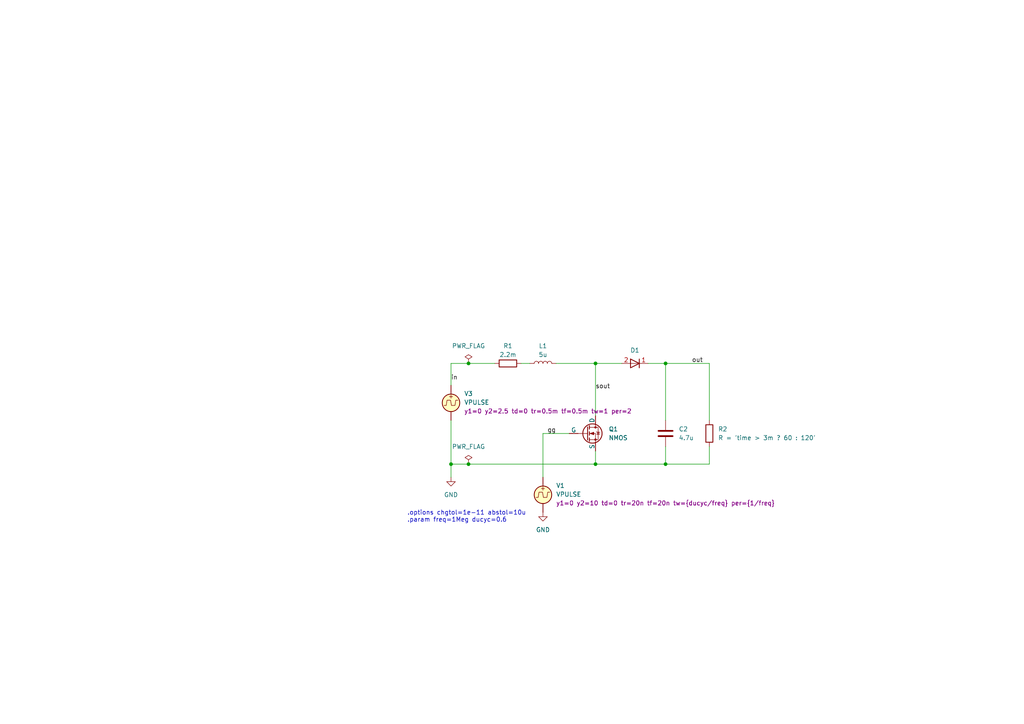
<source format=kicad_sch>
(kicad_sch (version 20230819) (generator eeschema)
  (paper "A4")
  (lib_symbols
    (symbol "D_1" (pin_names (offset 1.016) hide)
      (property "Reference" "D" (at 0 2.54 0))
      (property "Value" "D" (at 0 -2.54 0))
      (property "Sim.Device" "D" (at 0 0 0))
      (property "Sim.Pins" "1=K 2=A" (at 0 0 0))
      (symbol "D_1_0_1"
        (polyline (pts (xy -1.27 1.27) (xy -1.27 -1.27)) (stroke (width 0.254)))
        (polyline (pts (xy 1.27 0) (xy -1.27 0)))
        (polyline (pts (xy 1.27 1.27) (xy 1.27 -1.27) (xy -1.27 0) (xy 1.27 1.27)) (stroke (width 0.254)))
      )
      (symbol "D_1_1_1"
        (pin passive line (at -3.81 0 0) (length 2.54) (name "K") (number "1"))
        (pin passive line (at 3.81 0 180) (length 2.54) (name "A") (number "2"))
      )
    )
    (symbol "Device:C" (pin_numbers hide) (pin_names (offset 0.254))
      (property "Reference" "C" (at 0.635 2.54 0))
      (property "Value" "C" (at 0.635 -2.54 0))
      (symbol "C_0_1"
        (polyline (pts (xy -2.032 -0.762) (xy 2.032 -0.762)) (stroke (width 0.508)))
        (polyline (pts (xy -2.032 0.762) (xy 2.032 0.762)) (stroke (width 0.508)))
      )
      (symbol "C_1_1"
        (pin passive line (at 0 3.81 270) (length 2.794) (name "~") (number "1"))
        (pin passive line (at 0 -3.81 90) (length 2.794) (name "~") (number "2"))
      )
    )
    (symbol "Device:L" (pin_numbers hide) (pin_names (offset 1.016) hide)
      (property "Reference" "L" (at -1.27 0 90))
      (property "Value" "L" (at 1.905 0 90))
      (symbol "L_0_1"
        (arc (start 0 -2.54) (mid 0.6323 -1.905) (end 0 -1.27))
        (arc (start 0 -1.27) (mid 0.6323 -0.635) (end 0 0))
        (arc (start 0 0) (mid 0.6323 0.635) (end 0 1.27))
        (arc (start 0 1.27) (mid 0.6323 1.905) (end 0 2.54))
      )
      (symbol "L_1_1"
        (pin passive line (at 0 3.81 270) (length 1.27) (name "1") (number "1"))
        (pin passive line (at 0 -3.81 90) (length 1.27) (name "2") (number "2"))
      )
    )
    (symbol "Device:R" (pin_numbers hide) (pin_names (offset 0))
      (property "Reference" "R" (at 2.032 0 90))
      (property "Value" "R" (at 0 0 90))
      (symbol "R_0_1"
        (rectangle (start -1.016 -2.54) (end 1.016 2.54) (stroke (width 0.254)))
      )
      (symbol "R_1_1"
        (pin passive line (at 0 3.81 270) (length 1.27) (name "~") (number "1"))
        (pin passive line (at 0 -3.81 90) (length 1.27) (name "~") (number "2"))
      )
    )
    (symbol "Simulation_SPICE:NMOS" (pin_numbers hide) (pin_names (offset 0))
      (property "Reference" "Q" (at 5.08 1.27 0))
      (property "Value" "NMOS" (at 5.08 -1.27 0))
      (symbol "NMOS_0_1"
        (polyline (pts (xy 0.254 0) (xy -2.54 0)))
        (polyline (pts (xy 0.254 1.905) (xy 0.254 -1.905)) (stroke (width 0.254)))
        (polyline (pts (xy 0.762 -1.27) (xy 0.762 -2.286)) (stroke (width 0.254)))
        (polyline (pts (xy 0.762 0.508) (xy 0.762 -0.508)) (stroke (width 0.254)))
        (polyline (pts (xy 0.762 2.286) (xy 0.762 1.27)) (stroke (width 0.254)))
        (polyline (pts (xy 2.54 2.54) (xy 2.54 1.778)))
        (polyline (pts (xy 2.54 -2.54) (xy 2.54 0) (xy 0.762 0)))
        (polyline (pts (xy 0.762 -1.778) (xy 3.302 -1.778) (xy 3.302 1.778) (xy 0.762 1.778)))
        (polyline (pts (xy 1.016 0) (xy 2.032 0.381) (xy 2.032 -0.381) (xy 1.016 0)) (fill (type outline)))
        (polyline (pts (xy 2.794 0.508) (xy 2.921 0.381) (xy 3.683 0.381) (xy 3.81 0.254)))
        (polyline (pts (xy 3.302 0.381) (xy 2.921 -0.254) (xy 3.683 -0.254) (xy 3.302 0.381)))
        (circle (center 1.651 0) (radius 2.794) (stroke (width 0.254)))
        (circle (center 2.54 -1.778) (radius 0.254) (fill (type outline)))
        (circle (center 2.54 1.778) (radius 0.254) (fill (type outline)))
      )
      (symbol "NMOS_1_1"
        (pin passive line (at 2.54 5.08 270) (length 2.54) (name "D") (number "1"))
        (pin input line (at -5.08 0 0) (length 2.54) (name "G") (number "2"))
        (pin passive line (at 2.54 -5.08 90) (length 2.54) (name "S") (number "3"))
      )
    )
    (symbol "Simulation_SPICE:VPULSE" (pin_numbers hide) (pin_names (offset 0.0254))
      (property "Reference" "V" (at 2.54 2.54 0))
      (property "Value" "VPULSE" (at 2.54 0 0))
      (property "Sim.Params" "y1=0 y2=1 td=2n tr=2n tf=2n tw=50n per=100n" (at 2.54 -2.54 0))
      (symbol "VPULSE_0_0"
        (polyline (pts (xy -2.032 -0.762) (xy -1.397 -0.762) (xy -1.143 0.762) (xy -0.127 0.762) (xy 0.127 -0.762) (xy 1.143 -0.762) (xy 1.397 0.762) (xy 2.032 0.762)))
        (text "+" (at 0 1.905 0) (effects (font (size 1.27 1.27))))
      )
      (symbol "VPULSE_0_1"
        (circle (center 0 0) (radius 2.54) (stroke (width 0.254)) (fill (type background)))
      )
      (symbol "VPULSE_1_1"
        (pin passive line (at 0 5.08 270) (length 2.54) (name "~") (number "1"))
        (pin passive line (at 0 -5.08 90) (length 2.54) (name "~") (number "2"))
      )
    )
    (symbol "power:GND" (power) (pin_names (offset 0))
      (property "Value" "GND" (at 0 -3.81 0))
      (symbol "GND_0_1"
        (polyline (pts (xy 0 0) (xy 0 -1.27) (xy 1.27 -1.27) (xy 0 -2.54) (xy -1.27 -1.27) (xy 0 -1.27)))
      )
      (symbol "GND_1_1"
        (pin power_in line (at 0 0 270) (length 0) hide (name "GND") (number "1"))
      )
    )
    (symbol "power:PWR_FLAG" (power) (pin_numbers hide) (pin_names (offset 0) hide)
      (property "Value" "PWR_FLAG" (at 0 3.81 0))
      (symbol "PWR_FLAG_0_0"
        (pin power_out line (at 0 0 90) (length 0) (name "pwr") (number "1"))
      )
      (symbol "PWR_FLAG_0_1"
        (polyline (pts (xy 0 0) (xy 0 1.27) (xy -1.016 1.905) (xy 0 2.54) (xy 1.016 1.905) (xy 0 1.27)))
      )
    )
  )
  (junction (at 172.72 134.62))
  (junction (at 135.89 105.41))
  (junction (at 193.04 134.62))
  (junction (at 193.04 105.41))
  (junction (at 135.89 134.62))
  (junction (at 172.72 105.41))
  (junction (at 130.81 134.62))
  (wire (pts (xy 157.48 125.73) (xy 157.48 138.43)))
  (wire (pts (xy 193.04 129.54) (xy 193.04 134.62)))
  (wire (pts (xy 130.81 105.41) (xy 130.81 111.76)))
  (wire (pts (xy 193.04 105.41) (xy 205.74 105.41)))
  (wire (pts (xy 172.72 105.41) (xy 172.72 120.65)))
  (wire (pts (xy 172.72 130.81) (xy 172.72 134.62)))
  (wire (pts (xy 130.81 134.62) (xy 130.81 138.43)))
  (wire (pts (xy 205.74 105.41) (xy 205.74 121.92)))
  (wire (pts (xy 135.89 105.41) (xy 143.51 105.41)))
  (wire (pts (xy 161.29 105.41) (xy 172.72 105.41)))
  (wire (pts (xy 172.72 105.41) (xy 180.34 105.41)))
  (wire (pts (xy 187.96 105.41) (xy 193.04 105.41)))
  (wire (pts (xy 193.04 105.41) (xy 193.04 121.92)))
  (wire (pts (xy 193.04 134.62) (xy 205.74 134.62)))
  (wire (pts (xy 130.81 134.62) (xy 135.89 134.62)))
  (wire (pts (xy 205.74 134.62) (xy 205.74 129.54)))
  (wire (pts (xy 130.81 105.41) (xy 135.89 105.41)))
  (wire (pts (xy 151.13 105.41) (xy 153.67 105.41)))
  (wire (pts (xy 130.81 134.62) (xy 130.81 121.92)))
  (wire (pts (xy 157.48 125.73) (xy 165.1 125.73)))
  (wire (pts (xy 135.89 134.62) (xy 172.72 134.62)))
  (wire (pts (xy 172.72 134.62) (xy 193.04 134.62)))
  (text ".options chgtol=1e-11 abstol=10u\n.param freq=1Meg ducyc=0.6" (at 118.11 149.86 0) (effects (font (size 1.27 1.27)) (justify left)))
  (label "sout" (at 172.72 113.03 0))
  (label "in" (at 130.81 110.49 0))
  (label "out" (at 200.66 105.41 0))
  (label "gg" (at 158.75 125.73 0))
  (symbol (lib_id "power:GND") (at 130.81 138.43 0) (unit 1)
    (property "Reference" "#PWR01" (effects hide))
    (property "Value" "GND" (at 130.81 143.51 0))
    (property "Description" "Power symbol creates a global label with name \"GND\" , ground" (effects hide))
  )
  (symbol (lib_id "Device:R") (at 205.74 125.73 0) (unit 1)
    (property "Reference" "R2" (at 208.28 124.4599 0) (effects (justify left)))
    (property "Value" "R = 'time > 3m ? 60 : 120'" (at 208.28 126.9999 0) (effects (justify left)))
    (property "Description" "Resistor" (effects hide))
  )
  (symbol (lib_name "D_1") (lib_id "Simulation_SPICE:D") (at 184.15 105.41 0) (mirror y) (unit 1)
    (property "Reference" "D1" (at 184.15 101.6 0))
    (property "Value" "D" (effects hide))
    (property "Description" "Diode for simulation or PCB" (effects hide))
    (property "Sim.Device" "D" (effects hide))
    (property "Sim.Pins" "1=K 2=A" (effects hide))
  )
  (symbol (lib_id "Device:R") (at 147.32 105.41 90) (unit 1)
    (property "Reference" "R1" (at 147.32 100.33 90))
    (property "Value" "2.2m" (at 147.32 102.87 90))
    (property "Description" "Resistor" (effects hide))
  )
  (symbol (lib_id "Simulation_SPICE:VPULSE") (at 130.81 116.84 0) (unit 1)
    (property "Reference" "V3" (at 134.62 114.1701 0) (effects (justify left)))
    (property "Value" "VPULSE" (at 134.62 116.7101 0) (effects (justify left)))
    (property "Description" "Voltage source, pulse" (effects hide))
    (property "Sim.Pins" "1=+ 2=-" (effects hide))
    (property "Sim.Type" "PULSE" (effects hide))
    (property "Sim.Device" "V" (effects hide))
    (property "Sim.Params" "y1=0 y2=2.5 td=0 tr=0.5m tf=0.5m tw=1 per=2" (at 134.62 119.2501 0) (effects (justify left)))
  )
  (symbol (lib_id "Simulation_SPICE:VPULSE") (at 157.48 143.51 0) (unit 1)
    (property "Reference" "V1" (at 161.29 140.8401 0) (effects (justify left)))
    (property "Value" "VPULSE" (at 161.29 143.3801 0) (effects (justify left)))
    (property "Description" "Voltage source, pulse" (effects hide))
    (property "Sim.Pins" "1=+ 2=-" (effects hide))
    (property "Sim.Type" "PULSE" (effects hide))
    (property "Sim.Device" "V" (effects hide))
    (property "Sim.Params" "y1=0 y2=10 td=0 tr=20n tf=20n tw={ducyc/freq} per={1/freq}" (at 161.29 145.9201 0) (effects (justify left)))
  )
  (symbol (lib_id "power:PWR_FLAG") (at 135.89 105.41 0) (unit 1)
    (property "Reference" "#FLG01" (effects hide))
    (property "Value" "PWR_FLAG" (at 135.89 100.33 0))
    (property "Description" "Special symbol for telling ERC where power comes from" (effects hide))
  )
  (symbol (lib_id "power:PWR_FLAG") (at 135.89 134.62 0) (unit 1)
    (property "Reference" "#FLG02" (effects hide))
    (property "Value" "PWR_FLAG" (at 135.89 129.54 0))
    (property "Description" "Special symbol for telling ERC where power comes from" (effects hide))
  )
  (symbol (lib_id "Device:C") (at 193.04 125.73 0) (unit 1)
    (property "Reference" "C2" (at 196.85 124.4599 0) (effects (justify left)))
    (property "Value" "4.7u" (at 196.85 126.9999 0) (effects (justify left)))
    (property "Description" "Unpolarized capacitor" (effects hide))
  )
  (symbol (lib_id "power:GND") (at 157.48 148.59 0) (unit 1)
    (property "Reference" "#PWR03" (effects hide))
    (property "Value" "GND" (at 157.48 153.67 0))
    (property "Description" "Power symbol creates a global label with name \"GND\" , ground" (effects hide))
  )
  (symbol (lib_id "Simulation_SPICE:NMOS") (at 170.18 125.73 0) (unit 1)
    (property "Reference" "Q1" (at 176.53 124.4599 0) (effects (justify left)))
    (property "Value" "NMOS" (at 176.53 126.9999 0) (effects (justify left)))
    (property "Datasheet" "https://ngspice.sourceforge.io/docs/ngspice-manual.pdf" (effects hide))
    (property "Description" "N-MOSFET transistor, drain/source/gate" (effects hide))
    (property "Sim.Device" "NMOS" (effects hide))
    (property "Sim.Type" "VDMOS" (effects hide))
    (property "Sim.Pins" "1=D 2=G 3=S" (effects hide))
  )
  (symbol (lib_id "Device:L") (at 157.48 105.41 90) (unit 1)
    (property "Reference" "L1" (at 157.48 100.33 90))
    (property "Value" "5u" (at 157.48 102.87 90))
    (property "Description" "Inductor" (effects hide))
  )
)
</source>
